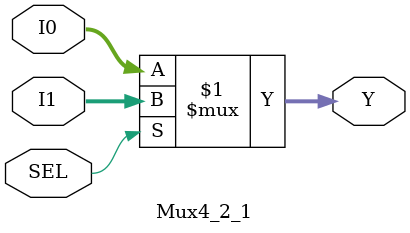
<source format=v>
module Mux4_2_1 (
	input[3:0]	I0,I1,	//	Entradas
	input		SEL,	//	Selector
	output[3:0]	Y		//	Salida
	); 
	
	assign	Y = SEL ? I1 : I0;
	
endmodule

</source>
